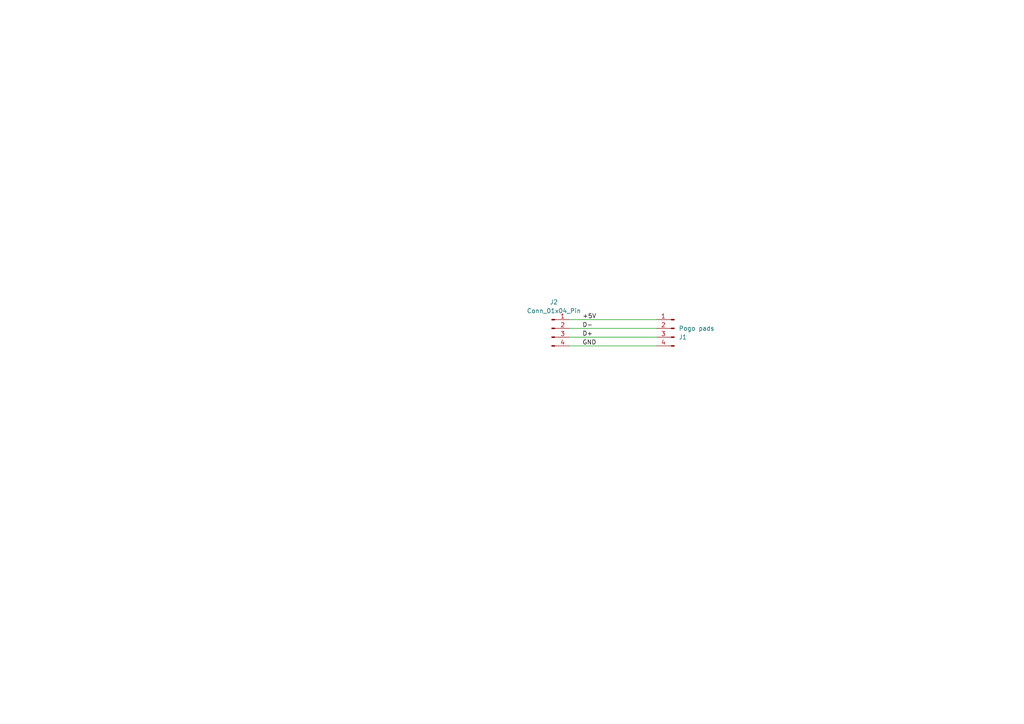
<source format=kicad_sch>
(kicad_sch (version 20231120) (generator "eeschema") (generator_version "8.0")
  (paper "A4")
  (lib_symbols
    (symbol "Connector:Conn_01x04_Pin" (pin_names (offset 1.016) hide)
      (property "Reference" "J" (at 0 5.08 0))
      (property "Value" "Conn_01x04_Pin" (at 0 -7.62 0))
      (symbol "Conn_01x04_Pin_1_1"
        (polyline (pts (xy 1.27 -5.08) (xy 0.8636 -5.08)) (stroke (width 0.1524)))
        (polyline (pts (xy 1.27 -2.54) (xy 0.8636 -2.54)) (stroke (width 0.1524)))
        (polyline (pts (xy 1.27 0) (xy 0.8636 0)) (stroke (width 0.1524)))
        (polyline (pts (xy 1.27 2.54) (xy 0.8636 2.54)) (stroke (width 0.1524)))
        (rectangle (start 0.8636 -4.953) (end 0 -5.207) (stroke (width 0.1524)) (fill (type outline)))
        (rectangle (start 0.8636 -2.413) (end 0 -2.667) (stroke (width 0.1524)) (fill (type outline)))
        (rectangle (start 0.8636 0.127) (end 0 -0.127) (stroke (width 0.1524)) (fill (type outline)))
        (rectangle (start 0.8636 2.667) (end 0 2.413) (stroke (width 0.1524)) (fill (type outline)))
        (pin passive line (at 5.08 2.54 180) (length 3.81) (name "Pin_1") (number "1"))
        (pin passive line (at 5.08 0 180) (length 3.81) (name "Pin_2") (number "2"))
        (pin passive line (at 5.08 -2.54 180) (length 3.81) (name "Pin_3") (number "3"))
        (pin passive line (at 5.08 -5.08 180) (length 3.81) (name "Pin_4") (number "4"))
      )
    )
  )
  (wire (pts (xy 165.1 95.25) (xy 190.5 95.25)))
  (wire (pts (xy 165.1 92.71) (xy 190.5 92.71)))
  (wire (pts (xy 165.1 97.79) (xy 190.5 97.79)))
  (wire (pts (xy 165.1 100.33) (xy 190.5 100.33)))
  (label "+5V" (at 168.91 92.71 0))
  (label "GND" (at 168.91 100.33 0))
  (label "D-" (at 168.91 95.25 0))
  (label "D+" (at 168.91 97.79 0))
  (symbol (lib_id "Connector:Conn_01x04_Pin") (at 195.58 95.25 0) (mirror y) (unit 1)
    (property "Reference" "J1" (at 196.85 97.7901 0) (effects (justify right)))
    (property "Value" "Pogo pads" (at 196.85 95.2501 0) (effects (justify right)))
    (property "Footprint" "pogo:pogo_pins" (effects (hide yes)))
    (property "Description" "Generic connector, single row, 01x04, script generated" (effects (hide yes)))
  )
  (symbol (lib_id "Connector:Conn_01x04_Pin") (at 160.02 95.25 0) (unit 1)
    (property "Reference" "J2" (at 160.655 87.63 0))
    (property "Value" "Conn_01x04_Pin" (at 160.655 90.17 0))
    (property "Footprint" "pogo:edge_01x04" (effects (hide yes)))
    (property "Description" "Generic connector, single row, 01x04, script generated" (effects (hide yes)))
  )
)
</source>
